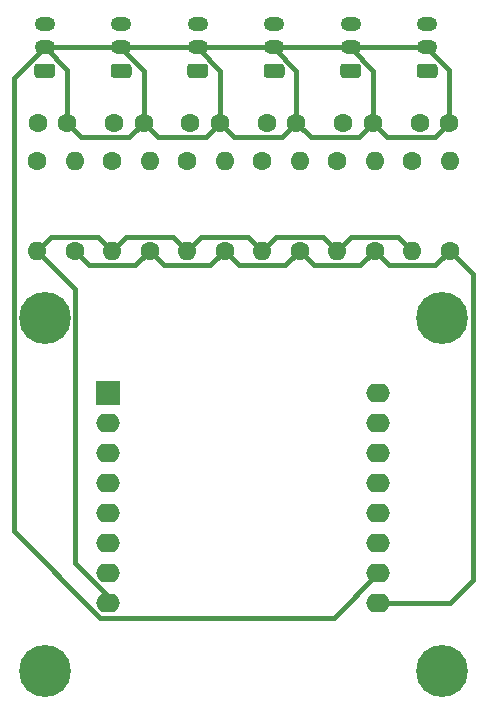
<source format=gbr>
%TF.GenerationSoftware,KiCad,Pcbnew,(5.1.9)-1*%
%TF.CreationDate,2021-04-24T19:22:00-04:00*%
%TF.ProjectId,button_box,62757474-6f6e-45f6-926f-782e6b696361,rev?*%
%TF.SameCoordinates,Original*%
%TF.FileFunction,Copper,L2,Bot*%
%TF.FilePolarity,Positive*%
%FSLAX46Y46*%
G04 Gerber Fmt 4.6, Leading zero omitted, Abs format (unit mm)*
G04 Created by KiCad (PCBNEW (5.1.9)-1) date 2021-04-24 19:22:00*
%MOMM*%
%LPD*%
G01*
G04 APERTURE LIST*
%TA.AperFunction,ComponentPad*%
%ADD10C,4.400000*%
%TD*%
%TA.AperFunction,ComponentPad*%
%ADD11O,2.000000X1.600000*%
%TD*%
%TA.AperFunction,ComponentPad*%
%ADD12R,2.000000X2.000000*%
%TD*%
%TA.AperFunction,ComponentPad*%
%ADD13O,1.600000X1.600000*%
%TD*%
%TA.AperFunction,ComponentPad*%
%ADD14C,1.600000*%
%TD*%
%TA.AperFunction,ComponentPad*%
%ADD15O,1.750000X1.200000*%
%TD*%
%TA.AperFunction,Conductor*%
%ADD16C,0.400000*%
%TD*%
G04 APERTURE END LIST*
D10*
%TO.P,hole,4*%
%TO.N,N/C*%
X107315000Y-102250000D03*
%TD*%
%TO.P,hole,3*%
%TO.N,N/C*%
X140970000Y-102250000D03*
%TD*%
%TO.P,hole,2*%
%TO.N,N/C*%
X140970000Y-132095000D03*
%TD*%
%TO.P,hole,1*%
%TO.N,N/C*%
X107315000Y-132095000D03*
%TD*%
D11*
%TO.P,U1,2*%
%TO.N,Net-(U1-Pad2)*%
X112710000Y-111140000D03*
D12*
%TO.P,U1,1*%
%TO.N,Net-(U1-Pad1)*%
X112710000Y-108600000D03*
D11*
%TO.P,U1,3*%
%TO.N,Net-(U1-Pad3)*%
X112710000Y-113680000D03*
%TO.P,U1,4*%
%TO.N,Net-(C3-Pad1)*%
X112710000Y-116220000D03*
%TO.P,U1,5*%
%TO.N,Net-(C2-Pad1)*%
X112710000Y-118760000D03*
%TO.P,U1,6*%
%TO.N,Net-(C1-Pad1)*%
X112710000Y-121300000D03*
%TO.P,U1,7*%
%TO.N,Net-(U1-Pad7)*%
X112710000Y-123840000D03*
%TO.P,U1,8*%
%TO.N,Net-(R10-Pad2)*%
X112710000Y-126380000D03*
%TO.P,U1,9*%
%TO.N,Net-(R1-Pad1)*%
X135570000Y-126380000D03*
%TO.P,U1,10*%
%TO.N,Net-(C1-Pad2)*%
X135570000Y-123840000D03*
%TO.P,U1,11*%
%TO.N,Net-(C6-Pad1)*%
X135570000Y-121300000D03*
%TO.P,U1,12*%
%TO.N,Net-(U1-Pad12)*%
X135570000Y-118760000D03*
%TO.P,U1,13*%
%TO.N,Net-(C5-Pad1)*%
X135570000Y-116220000D03*
%TO.P,U1,14*%
%TO.N,Net-(C4-Pad1)*%
X135570000Y-113680000D03*
%TO.P,U1,15*%
%TO.N,Net-(U1-Pad15)*%
X135570000Y-111140000D03*
%TO.P,U1,16*%
%TO.N,Net-(U1-Pad16)*%
X135570000Y-108600000D03*
%TD*%
D13*
%TO.P,R3,2*%
%TO.N,Net-(J4-Pad3)*%
X122555000Y-88900000D03*
D14*
%TO.P,R3,1*%
%TO.N,Net-(R1-Pad1)*%
X122555000Y-96520000D03*
%TD*%
%TO.P,C1,1*%
%TO.N,Net-(C1-Pad1)*%
X106720000Y-85725000D03*
%TO.P,C1,2*%
%TO.N,Net-(C1-Pad2)*%
X109220000Y-85725000D03*
%TD*%
%TO.P,C2,2*%
%TO.N,Net-(C1-Pad2)*%
X115689000Y-85725000D03*
%TO.P,C2,1*%
%TO.N,Net-(C2-Pad1)*%
X113189000Y-85725000D03*
%TD*%
%TO.P,C3,2*%
%TO.N,Net-(C1-Pad2)*%
X122158000Y-85725000D03*
%TO.P,C3,1*%
%TO.N,Net-(C3-Pad1)*%
X119658000Y-85725000D03*
%TD*%
%TO.P,C4,1*%
%TO.N,Net-(C4-Pad1)*%
X126127000Y-85725000D03*
%TO.P,C4,2*%
%TO.N,Net-(C1-Pad2)*%
X128627000Y-85725000D03*
%TD*%
%TO.P,C5,2*%
%TO.N,Net-(C1-Pad2)*%
X135096000Y-85725000D03*
%TO.P,C5,1*%
%TO.N,Net-(C5-Pad1)*%
X132596000Y-85725000D03*
%TD*%
%TO.P,C6,1*%
%TO.N,Net-(C6-Pad1)*%
X139065000Y-85725000D03*
%TO.P,C6,2*%
%TO.N,Net-(C1-Pad2)*%
X141565000Y-85725000D03*
%TD*%
D15*
%TO.P,JST6,3*%
%TO.N,Net-(J1-Pad3)*%
X139700000Y-77280000D03*
%TO.P,JST6,2*%
%TO.N,Net-(C1-Pad2)*%
X139700000Y-79280000D03*
%TO.P,JST6,1*%
%TO.N,Net-(C6-Pad1)*%
%TA.AperFunction,ComponentPad*%
G36*
G01*
X140325001Y-81880000D02*
X139074999Y-81880000D01*
G75*
G02*
X138825000Y-81630001I0J249999D01*
G01*
X138825000Y-80929999D01*
G75*
G02*
X139074999Y-80680000I249999J0D01*
G01*
X140325001Y-80680000D01*
G75*
G02*
X140575000Y-80929999I0J-249999D01*
G01*
X140575000Y-81630001D01*
G75*
G02*
X140325001Y-81880000I-249999J0D01*
G01*
G37*
%TD.AperFunction*%
%TD*%
%TO.P,JST5,1*%
%TO.N,Net-(C5-Pad1)*%
%TA.AperFunction,ComponentPad*%
G36*
G01*
X133848001Y-81880000D02*
X132597999Y-81880000D01*
G75*
G02*
X132348000Y-81630001I0J249999D01*
G01*
X132348000Y-80929999D01*
G75*
G02*
X132597999Y-80680000I249999J0D01*
G01*
X133848001Y-80680000D01*
G75*
G02*
X134098000Y-80929999I0J-249999D01*
G01*
X134098000Y-81630001D01*
G75*
G02*
X133848001Y-81880000I-249999J0D01*
G01*
G37*
%TD.AperFunction*%
%TO.P,JST5,2*%
%TO.N,Net-(C1-Pad2)*%
X133223000Y-79280000D03*
%TO.P,JST5,3*%
%TO.N,Net-(J2-Pad3)*%
X133223000Y-77280000D03*
%TD*%
%TO.P,JST4,3*%
%TO.N,Net-(J3-Pad3)*%
X126746000Y-77280000D03*
%TO.P,JST4,2*%
%TO.N,Net-(C1-Pad2)*%
X126746000Y-79280000D03*
%TO.P,JST4,1*%
%TO.N,Net-(C4-Pad1)*%
%TA.AperFunction,ComponentPad*%
G36*
G01*
X127371001Y-81880000D02*
X126120999Y-81880000D01*
G75*
G02*
X125871000Y-81630001I0J249999D01*
G01*
X125871000Y-80929999D01*
G75*
G02*
X126120999Y-80680000I249999J0D01*
G01*
X127371001Y-80680000D01*
G75*
G02*
X127621000Y-80929999I0J-249999D01*
G01*
X127621000Y-81630001D01*
G75*
G02*
X127371001Y-81880000I-249999J0D01*
G01*
G37*
%TD.AperFunction*%
%TD*%
%TO.P,JST3,1*%
%TO.N,Net-(C3-Pad1)*%
%TA.AperFunction,ComponentPad*%
G36*
G01*
X120894001Y-81880000D02*
X119643999Y-81880000D01*
G75*
G02*
X119394000Y-81630001I0J249999D01*
G01*
X119394000Y-80929999D01*
G75*
G02*
X119643999Y-80680000I249999J0D01*
G01*
X120894001Y-80680000D01*
G75*
G02*
X121144000Y-80929999I0J-249999D01*
G01*
X121144000Y-81630001D01*
G75*
G02*
X120894001Y-81880000I-249999J0D01*
G01*
G37*
%TD.AperFunction*%
%TO.P,JST3,2*%
%TO.N,Net-(C1-Pad2)*%
X120269000Y-79280000D03*
%TO.P,JST3,3*%
%TO.N,Net-(J4-Pad3)*%
X120269000Y-77280000D03*
%TD*%
%TO.P,JST2,3*%
%TO.N,Net-(J5-Pad3)*%
X113792000Y-77280000D03*
%TO.P,JST2,2*%
%TO.N,Net-(C1-Pad2)*%
X113792000Y-79280000D03*
%TO.P,JST2,1*%
%TO.N,Net-(C2-Pad1)*%
%TA.AperFunction,ComponentPad*%
G36*
G01*
X114417001Y-81880000D02*
X113166999Y-81880000D01*
G75*
G02*
X112917000Y-81630001I0J249999D01*
G01*
X112917000Y-80929999D01*
G75*
G02*
X113166999Y-80680000I249999J0D01*
G01*
X114417001Y-80680000D01*
G75*
G02*
X114667000Y-80929999I0J-249999D01*
G01*
X114667000Y-81630001D01*
G75*
G02*
X114417001Y-81880000I-249999J0D01*
G01*
G37*
%TD.AperFunction*%
%TD*%
%TO.P,JST1,3*%
%TO.N,Net-(J6-Pad3)*%
X107315000Y-77280000D03*
%TO.P,JST1,2*%
%TO.N,Net-(C1-Pad2)*%
X107315000Y-79280000D03*
%TO.P,JST1,1*%
%TO.N,Net-(C1-Pad1)*%
%TA.AperFunction,ComponentPad*%
G36*
G01*
X107940001Y-81880000D02*
X106689999Y-81880000D01*
G75*
G02*
X106440000Y-81630001I0J249999D01*
G01*
X106440000Y-80929999D01*
G75*
G02*
X106689999Y-80680000I249999J0D01*
G01*
X107940001Y-80680000D01*
G75*
G02*
X108190000Y-80929999I0J-249999D01*
G01*
X108190000Y-81630001D01*
G75*
G02*
X107940001Y-81880000I-249999J0D01*
G01*
G37*
%TD.AperFunction*%
%TD*%
D13*
%TO.P,R1,2*%
%TO.N,Net-(J6-Pad3)*%
X109855000Y-88900000D03*
D14*
%TO.P,R1,1*%
%TO.N,Net-(R1-Pad1)*%
X109855000Y-96520000D03*
%TD*%
%TO.P,R2,1*%
%TO.N,Net-(R1-Pad1)*%
X116205000Y-96520000D03*
D13*
%TO.P,R2,2*%
%TO.N,Net-(J5-Pad3)*%
X116205000Y-88900000D03*
%TD*%
D14*
%TO.P,R4,1*%
%TO.N,Net-(R1-Pad1)*%
X128905000Y-96520000D03*
D13*
%TO.P,R4,2*%
%TO.N,Net-(J3-Pad3)*%
X128905000Y-88900000D03*
%TD*%
%TO.P,R5,2*%
%TO.N,Net-(J2-Pad3)*%
X135255000Y-88900000D03*
D14*
%TO.P,R5,1*%
%TO.N,Net-(R1-Pad1)*%
X135255000Y-96520000D03*
%TD*%
%TO.P,R6,1*%
%TO.N,Net-(R1-Pad1)*%
X141605000Y-96520000D03*
D13*
%TO.P,R6,2*%
%TO.N,Net-(J1-Pad3)*%
X141605000Y-88900000D03*
%TD*%
%TO.P,4.7K,2*%
%TO.N,Net-(R10-Pad2)*%
X106680000Y-96520000D03*
D14*
%TO.P,4.7K,1*%
%TO.N,Net-(C1-Pad1)*%
X106680000Y-88900000D03*
%TD*%
%TO.P,4.7K,1*%
%TO.N,Net-(C2-Pad1)*%
X113030000Y-88900000D03*
D13*
%TO.P,4.7K,2*%
%TO.N,Net-(R10-Pad2)*%
X113030000Y-96520000D03*
%TD*%
%TO.P,4.7K,2*%
%TO.N,Net-(R10-Pad2)*%
X119380000Y-96520000D03*
D14*
%TO.P,4.7K,1*%
%TO.N,Net-(C3-Pad1)*%
X119380000Y-88900000D03*
%TD*%
%TO.P,4.7K,1*%
%TO.N,Net-(C4-Pad1)*%
X125730000Y-88900000D03*
D13*
%TO.P,4.7K,2*%
%TO.N,Net-(R10-Pad2)*%
X125730000Y-96520000D03*
%TD*%
%TO.P,4.7K,2*%
%TO.N,Net-(R10-Pad2)*%
X132080000Y-96520000D03*
D14*
%TO.P,4.7K,1*%
%TO.N,Net-(C5-Pad1)*%
X132080000Y-88900000D03*
%TD*%
%TO.P,4.7K,1*%
%TO.N,Net-(C6-Pad1)*%
X138430000Y-88900000D03*
D13*
%TO.P,4.7K,2*%
%TO.N,Net-(R10-Pad2)*%
X138430000Y-96520000D03*
%TD*%
D16*
%TO.N,Net-(C1-Pad2)*%
X107315000Y-79280000D02*
X113792000Y-79280000D01*
X113792000Y-79280000D02*
X120269000Y-79280000D01*
X120269000Y-79280000D02*
X126746000Y-79280000D01*
X126746000Y-79280000D02*
X133223000Y-79280000D01*
X133223000Y-79280000D02*
X139700000Y-79280000D01*
X109220000Y-81185000D02*
X107315000Y-79280000D01*
X109220000Y-85725000D02*
X109220000Y-81185000D01*
X113792000Y-79385744D02*
X113792000Y-79280000D01*
X115689000Y-81282744D02*
X113792000Y-79385744D01*
X115689000Y-85725000D02*
X115689000Y-81282744D01*
X120269000Y-79385744D02*
X120269000Y-79280000D01*
X122158000Y-81274744D02*
X120269000Y-79385744D01*
X122158000Y-85725000D02*
X122158000Y-81274744D01*
X126746000Y-79385744D02*
X126746000Y-79280000D01*
X128627000Y-81266744D02*
X126746000Y-79385744D01*
X128627000Y-85725000D02*
X128627000Y-81266744D01*
X133223000Y-79385744D02*
X133223000Y-79280000D01*
X135096000Y-81258744D02*
X133223000Y-79385744D01*
X135096000Y-85725000D02*
X135096000Y-81258744D01*
X139700000Y-79385744D02*
X139700000Y-79280000D01*
X141565000Y-81250744D02*
X139700000Y-79385744D01*
X141565000Y-85725000D02*
X141565000Y-81250744D01*
X114488999Y-86925001D02*
X115689000Y-85725000D01*
X110420001Y-86925001D02*
X114488999Y-86925001D01*
X109220000Y-85725000D02*
X110420001Y-86925001D01*
X127426999Y-86925001D02*
X128627000Y-85725000D01*
X123358001Y-86925001D02*
X127426999Y-86925001D01*
X122158000Y-85725000D02*
X123358001Y-86925001D01*
X133895999Y-86925001D02*
X135096000Y-85725000D01*
X129827001Y-86925001D02*
X133895999Y-86925001D01*
X128627000Y-85725000D02*
X129827001Y-86925001D01*
X140364999Y-86925001D02*
X141565000Y-85725000D01*
X136296001Y-86925001D02*
X140364999Y-86925001D01*
X135096000Y-85725000D02*
X136296001Y-86925001D01*
X131829990Y-127580010D02*
X135570000Y-123840000D01*
X112012940Y-127580010D02*
X131829990Y-127580010D01*
X116889001Y-86925001D02*
X115689000Y-85725000D01*
X120957999Y-86925001D02*
X116889001Y-86925001D01*
X122158000Y-85725000D02*
X120957999Y-86925001D01*
X104714999Y-81880001D02*
X107315000Y-79280000D01*
X112012940Y-127580010D02*
X104714999Y-120282069D01*
X104714999Y-81880001D02*
X104714999Y-120282069D01*
%TO.N,Net-(R1-Pad1)*%
X136455001Y-97720001D02*
X135255000Y-96520000D01*
X140404999Y-97720001D02*
X136455001Y-97720001D01*
X141605000Y-96520000D02*
X140404999Y-97720001D01*
X130105001Y-97720001D02*
X128905000Y-96520000D01*
X134054999Y-97720001D02*
X130105001Y-97720001D01*
X135255000Y-96520000D02*
X134054999Y-97720001D01*
X123755001Y-97720001D02*
X122555000Y-96520000D01*
X127704999Y-97720001D02*
X123755001Y-97720001D01*
X128905000Y-96520000D02*
X127704999Y-97720001D01*
X117405001Y-97720001D02*
X116205000Y-96520000D01*
X121354999Y-97720001D02*
X117405001Y-97720001D01*
X122555000Y-96520000D02*
X121354999Y-97720001D01*
X111055001Y-97720001D02*
X109855000Y-96520000D01*
X115004999Y-97720001D02*
X111055001Y-97720001D01*
X116205000Y-96520000D02*
X115004999Y-97720001D01*
X141605000Y-96520000D02*
X143570001Y-98485001D01*
X143570001Y-124414999D02*
X143570001Y-98485001D01*
X141605000Y-126380000D02*
X143570001Y-124414999D01*
X135570000Y-126380000D02*
X141605000Y-126380000D01*
%TO.N,Net-(R10-Pad2)*%
X111829999Y-95319999D02*
X113030000Y-96520000D01*
X107880001Y-95319999D02*
X111829999Y-95319999D01*
X106680000Y-96520000D02*
X107880001Y-95319999D01*
X118179999Y-95319999D02*
X119380000Y-96520000D01*
X114230001Y-95319999D02*
X118179999Y-95319999D01*
X113030000Y-96520000D02*
X114230001Y-95319999D01*
X124529999Y-95319999D02*
X125730000Y-96520000D01*
X120580001Y-95319999D02*
X124529999Y-95319999D01*
X119380000Y-96520000D02*
X120580001Y-95319999D01*
X130879999Y-95319999D02*
X132080000Y-96520000D01*
X126930001Y-95319999D02*
X130879999Y-95319999D01*
X125730000Y-96520000D02*
X126930001Y-95319999D01*
X137229999Y-95319999D02*
X138430000Y-96520000D01*
X133280001Y-95319999D02*
X137229999Y-95319999D01*
X132080000Y-96520000D02*
X133280001Y-95319999D01*
X112710000Y-125737070D02*
X109915001Y-122942071D01*
X112710000Y-126380000D02*
X112710000Y-125737070D01*
X109915001Y-99755001D02*
X106680000Y-96520000D01*
X109915001Y-122942071D02*
X109915001Y-99755001D01*
%TD*%
M02*

</source>
